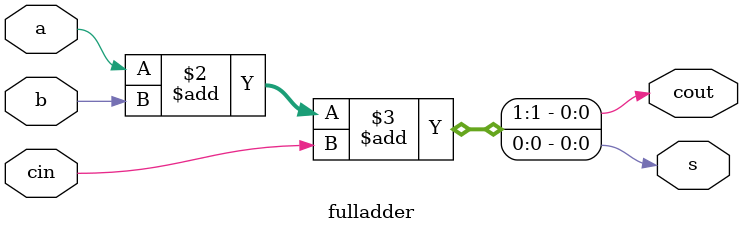
<source format=v>
module fulladder(a,b,cin,cout,s);
  input a,b,cin;
  output cout,s;
  reg cout,s;
  
  always@(a or b or cin)
      {cout,s} = a+b+cin;
    
    
endmodule
</source>
